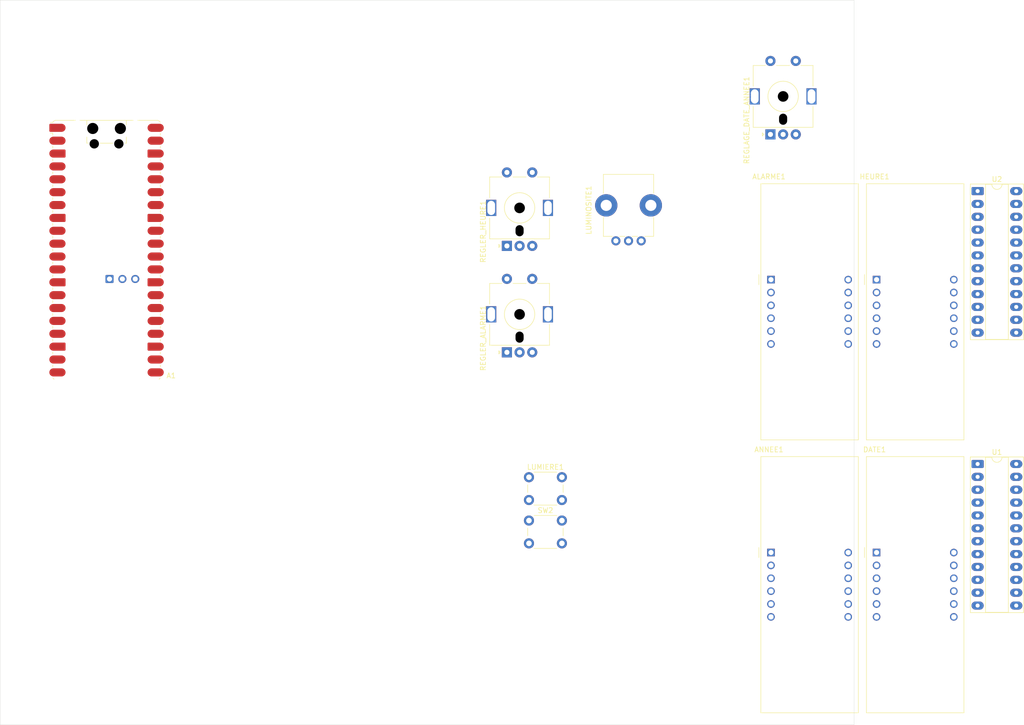
<source format=kicad_pcb>
(kicad_pcb (version 20241229) (generator "pcbnew") (generator_version "9.0")
  (layers (0 "F.Cu" signal) (2 "B.Cu" signal) (13 "F.Paste" user) (15 "B.Paste" user) (5 "F.SilkS" user "F.Silkscreen") (7 "B.SilkS" user "B.Silkscreen") (1 "F.Mask" user) (3 "B.Mask" user) (25 "Edge.Cuts" user))
  (net 0 "")
  (net 2 "Net-(A1-GND-Pad13)")
  (net 20 "HEURE_ALARME_CLK")
  (net 24 "HEURE_ALARME_DIN")
  (net 27 "HEURE_ALARME_LOAD")
  (net 35 "Net-(ALARME1-b)")
  (net 36 "Net-(ALARME1-e)")
  (net 37 "Net-(ALARME1-c)")
  (net 38 "Net-(ALARME1-CA1)")
  (net 41 "Net-(ALARME1-d)")
  (net 42 "Net-(ALARME1-CA4)")
  (net 43 "Net-(ALARME1-CA2)")
  (net 44 "Net-(ALARME1-f)")
  (net 45 "Net-(ALARME1-a)")
  (net 46 "Net-(ALARME1-g)")
  (net 47 "Net-(ALARME1-DPX)")
  (net 48 "Net-(ALARME1-CA3)")
  (net 49 "Net-(HEURE1-CA4)")
  (net 50 "Net-(HEURE1-CA3)")
  (net 51 "Net-(HEURE1-CA2)")
  (net 52 "Net-(HEURE1-CA1)")
  (net 79 "GND")
  (net 80 "Net-(ANNEE1-c)")
  (net 81 "Net-(ANNEE1-e)")
  (net 82 "Net-(ANNEE1-a)")
  (net 83 "Net-(ANNEE1-b)")
  (net 84 "Net-(ANNEE1-CA2)")
  (net 85 "Net-(ANNEE1-CA1)")
  (net 86 "Net-(ANNEE1-CA3)")
  (net 87 "Net-(ANNEE1-DPX)")
  (net 88 "Net-(ANNEE1-d)")
  (net 89 "Net-(ANNEE1-f)")
  (net 90 "Net-(ANNEE1-g)")
  (net 91 "Net-(ANNEE1-CA4)")
  (net 92 "Net-(DATE1-CA3)")
  (net 93 "Net-(DATE1-CA1)")
  (net 94 "Net-(DATE1-CA4)")
  (net 95 "Net-(DATE1-CA2)")
  (net 96 "Net-(U1-ISET)")
  (net 97 "DATE_DIN")
  (net 98 "VCC")
  (net 99 "DATE_LOAD")
  (net 100 "DATE_CLK")
  (net 101 "Net-(U2-ISET)")
  (footprint "Button_Switch_THT:SW_PUSH_6mm" (layer "F.Cu") (at 178.85 111.69)
    (property "Reference" "SW2" (at 3.25 -2 0) (layer "F.SilkS"))
    (property "Value" "SW_Push")
    (fp_line (start -0.25 1.5) (end -0.25 3) (stroke (width 0.12)) (layer "F.SilkS"))
    (fp_line (start 1 5.5) (end 5.5 5.5) (stroke (width 0.12)) (layer "F.SilkS"))
    (fp_line (start 5.5 -1) (end 1 -1) (stroke (width 0.12)) (layer "F.SilkS"))
    (fp_line (start 6.75 3) (end 6.75 1.5) (stroke (width 0.12)) (layer "F.SilkS"))
    (pad "1" thru_hole circle (at 0 0 90) (size 2 2) (drill 1.1) (layers "*.Cu" "*.Mask"))
    (pad "1" thru_hole circle (at 6.5 0 90) (size 2 2) (drill 1.1) (layers "*.Cu" "*.Mask"))
    (pad "2" thru_hole circle (at 0 4.5 90) (size 2 2) (drill 1.1) (layers "*.Cu" "*.Mask"))
    (pad "2" thru_hole circle (at 6.5 4.5 90) (size 2 2) (drill 1.1) (layers "*.Cu" "*.Mask"))
  )
  (footprint "Display_7Segment:CA56-12EWA" (layer "F.Cu") (at 226.605 64.15)
    (property "Reference" "ALARME1" (at -0.4 -20.31 0) (layer "F.SilkS"))
    (property "Value" "CA56-12EWA")
    (fp_line (start -2.38 -1) (end -2.38 1) (stroke (width 0.12)) (layer "F.SilkS"))
    (fp_line (start -2 -18.92) (end -2 31.62) (stroke (width 0.12)) (layer "F.SilkS"))
    (fp_line (start -2 -18.92) (end 17.24 -18.92) (stroke (width 0.12)) (layer "F.SilkS"))
    (fp_line (start -2 31.62) (end 17.24 31.62) (stroke (width 0.12)) (layer "F.SilkS"))
    (fp_line (start 17.24 31.62) (end 17.24 -18.92) (stroke (width 0.12)) (layer "F.SilkS"))
    (pad "1" thru_hole rect (at 0 0) (size 1.5 1.5) (drill 1) (layers "*.Cu" "*.Mask") (net 36 "Net-(ALARME1-e)"))
    (pad "2" thru_hole circle (at 0 2.54) (size 1.5 1.5) (drill 1) (layers "*.Cu" "*.Mask") (net 41 "Net-(ALARME1-d)"))
    (pad "3" thru_hole circle (at 0 5.08) (size 1.5 1.5) (drill 1) (layers "*.Cu" "*.Mask") (net 47 "Net-(ALARME1-DPX)"))
    (pad "4" thru_hole circle (at 0 7.62) (size 1.5 1.5) (drill 1) (layers "*.Cu" "*.Mask") (net 37 "Net-(ALARME1-c)"))
    (pad "5" thru_hole circle (at 0 10.16) (size 1.5 1.5) (drill 1) (layers "*.Cu" "*.Mask") (net 46 "Net-(ALARME1-g)"))
    (pad "6" thru_hole circle (at 0 12.7) (size 1.5 1.5) (drill 1) (layers "*.Cu" "*.Mask") (net 42 "Net-(ALARME1-CA4)"))
    (pad "7" thru_hole circle (at 15.24 12.7) (size 1.5 1.5) (drill 1) (layers "*.Cu" "*.Mask") (net 35 "Net-(ALARME1-b)"))
    (pad "8" thru_hole circle (at 15.24 10.16) (size 1.5 1.5) (drill 1) (layers "*.Cu" "*.Mask") (net 48 "Net-(ALARME1-CA3)"))
    (pad "9" thru_hole circle (at 15.24 7.62) (size 1.5 1.5) (drill 1) (layers "*.Cu" "*.Mask") (net 43 "Net-(ALARME1-CA2)"))
    (pad "10" thru_hole circle (at 15.24 5.08) (size 1.5 1.5) (drill 1) (layers "*.Cu" "*.Mask") (net 44 "Net-(ALARME1-f)"))
    (pad "11" thru_hole circle (at 15.24 2.54) (size 1.5 1.5) (drill 1) (layers "*.Cu" "*.Mask") (net 45 "Net-(ALARME1-a)"))
    (pad "12" thru_hole circle (at 15.24 0) (size 1.5 1.5) (drill 1) (layers "*.Cu" "*.Mask") (net 38 "Net-(ALARME1-CA1)"))
  )
  (footprint "Package_DIP:DIP-24_W7.62mm_Socket_LongPads" (layer "F.Cu") (at 267.38 100.53)
    (property "Reference" "U1" (at 3.81 -2.33 0) (layer "F.SilkS"))
    (property "Value" "MAX7219")
    (fp_line (start 1.56 -1.33) (end 1.56 29.27) (stroke (width 0.12)) (layer "F.SilkS"))
    (fp_line (start 1.56 29.27) (end 6.06 29.27) (stroke (width 0.12)) (layer "F.SilkS"))
    (fp_line (start 2.81 -1.33) (end 1.56 -1.33) (stroke (width 0.12)) (layer "F.SilkS"))
    (fp_line (start 6.06 -1.33) (end 4.81 -1.33) (stroke (width 0.12)) (layer "F.SilkS"))
    (fp_line (start 6.06 29.27) (end 6.06 -1.33) (stroke (width 0.12)) (layer "F.SilkS"))
    (fp_rect (start -1.44 -1.39) (end 9.06 29.33) (stroke (width 0.12)) (fill no) (layer "F.SilkS"))
    (fp_arc (start 4.81 -1.33) (mid 3.81 -0.33) (end 2.81 -1.33) (stroke (width 0.12)) (layer "F.SilkS"))
    (pad "1" thru_hole roundrect (at 0 0) (size 2.4 1.6) (drill 0.8) (layers "*.Cu" "*.Mask") (roundrect_rratio 0.15625) (net 97 "DATE_DIN"))
    (pad "2" thru_hole oval (at 0 2.54) (size 2.4 1.6) (drill 0.8) (layers "*.Cu" "*.Mask") (net 93 "Net-(DATE1-CA1)"))
    (pad "3" thru_hole oval (at 0 5.08) (size 2.4 1.6) (drill 0.8) (layers "*.Cu" "*.Mask") (net 85 "Net-(ANNEE1-CA1)"))
    (pad "4" thru_hole oval (at 0 7.62) (size 2.4 1.6) (drill 0.8) (layers "*.Cu" "*.Mask") (net 79 "GND"))
    (pad "5" thru_hole oval (at 0 10.16) (size 2.4 1.6) (drill 0.8) (layers "*.Cu" "*.Mask") (net 86 "Net-(ANNEE1-CA3)"))
    (pad "6" thru_hole oval (at 0 12.7) (size 2.4 1.6) (drill 0.8) (layers "*.Cu" "*.Mask") (net 92 "Net-(DATE1-CA3)"))
    (pad "7" thru_hole oval (at 0 15.24) (size 2.4 1.6) (drill 0.8) (layers "*.Cu" "*.Mask") (net 94 "Net-(DATE1-CA4)"))
    (pad "8" thru_hole oval (at 0 17.78) (size 2.4 1.6) (drill 0.8) (layers "*.Cu" "*.Mask") (net 91 "Net-(ANNEE1-CA4)"))
    (pad "9" thru_hole oval (at 0 20.32) (size 2.4 1.6) (drill 0.8) (layers "*.Cu" "*.Mask") (net 79 "GND"))
    (pad "10" thru_hole oval (at 0 22.86) (size 2.4 1.6) (drill 0.8) (layers "*.Cu" "*.Mask") (net 84 "Net-(ANNEE1-CA2)"))
    (pad "11" thru_hole oval (at 0 25.4) (size 2.4 1.6) (drill 0.8) (layers "*.Cu" "*.Mask") (net 95 "Net-(DATE1-CA2)"))
    (pad "12" thru_hole oval (at 0 27.94) (size 2.4 1.6) (drill 0.8) (layers "*.Cu" "*.Mask") (net 99 "DATE_LOAD"))
    (pad "13" thru_hole oval (at 7.62 27.94) (size 2.4 1.6) (drill 0.8) (layers "*.Cu" "*.Mask") (net 100 "DATE_CLK"))
    (pad "14" thru_hole oval (at 7.62 25.4) (size 2.4 1.6) (drill 0.8) (layers "*.Cu" "*.Mask") (net 82 "Net-(ANNEE1-a)"))
    (pad "15" thru_hole oval (at 7.62 22.86) (size 2.4 1.6) (drill 0.8) (layers "*.Cu" "*.Mask") (net 89 "Net-(ANNEE1-f)"))
    (pad "16" thru_hole oval (at 7.62 20.32) (size 2.4 1.6) (drill 0.8) (layers "*.Cu" "*.Mask") (net 83 "Net-(ANNEE1-b)"))
    (pad "17" thru_hole oval (at 7.62 17.78) (size 2.4 1.6) (drill 0.8) (layers "*.Cu" "*.Mask") (net 90 "Net-(ANNEE1-g)"))
    (pad "18" thru_hole oval (at 7.62 15.24) (size 2.4 1.6) (drill 0.8) (layers "*.Cu" "*.Mask") (net 96 "Net-(U1-ISET)"))
    (pad "19" thru_hole oval (at 7.62 12.7) (size 2.4 1.6) (drill 0.8) (layers "*.Cu" "*.Mask") (net 98 "VCC"))
    (pad "20" thru_hole oval (at 7.62 10.16) (size 2.4 1.6) (drill 0.8) (layers "*.Cu" "*.Mask") (net 80 "Net-(ANNEE1-c)"))
    (pad "21" thru_hole oval (at 7.62 7.62) (size 2.4 1.6) (drill 0.8) (layers "*.Cu" "*.Mask") (net 81 "Net-(ANNEE1-e)"))
    (pad "22" thru_hole oval (at 7.62 5.08) (size 2.4 1.6) (drill 0.8) (layers "*.Cu" "*.Mask") (net 87 "Net-(ANNEE1-DPX)"))
    (pad "23" thru_hole oval (at 7.62 2.54) (size 2.4 1.6) (drill 0.8) (layers "*.Cu" "*.Mask") (net 88 "Net-(ANNEE1-d)"))
    (pad "24" thru_hole oval (at 7.62 0) (size 2.4 1.6) (drill 0.8) (layers "*.Cu" "*.Mask"))
  )
  (footprint "Display_7Segment:CA56-12EWA" (layer "F.Cu") (at 226.605 118)
    (property "Reference" "ANNEE1" (at -0.4 -20.31 0) (layer "F.SilkS"))
    (property "Value" "CA56-12EWA")
    (fp_line (start -2.38 -1) (end -2.38 1) (stroke (width 0.12)) (layer "F.SilkS"))
    (fp_line (start -2 -18.92) (end -2 31.62) (stroke (width 0.12)) (layer "F.SilkS"))
    (fp_line (start -2 -18.92) (end 17.24 -18.92) (stroke (width 0.12)) (layer "F.SilkS"))
    (fp_line (start -2 31.62) (end 17.24 31.62) (stroke (width 0.12)) (layer "F.SilkS"))
    (fp_line (start 17.24 31.62) (end 17.24 -18.92) (stroke (width 0.12)) (layer "F.SilkS"))
    (pad "1" thru_hole rect (at 0 0) (size 1.5 1.5) (drill 1) (layers "*.Cu" "*.Mask") (net 81 "Net-(ANNEE1-e)"))
    (pad "2" thru_hole circle (at 0 2.54) (size 1.5 1.5) (drill 1) (layers "*.Cu" "*.Mask") (net 88 "Net-(ANNEE1-d)"))
    (pad "3" thru_hole circle (at 0 5.08) (size 1.5 1.5) (drill 1) (layers "*.Cu" "*.Mask") (net 87 "Net-(ANNEE1-DPX)"))
    (pad "4" thru_hole circle (at 0 7.62) (size 1.5 1.5) (drill 1) (layers "*.Cu" "*.Mask") (net 80 "Net-(ANNEE1-c)"))
    (pad "5" thru_hole circle (at 0 10.16) (size 1.5 1.5) (drill 1) (layers "*.Cu" "*.Mask") (net 90 "Net-(ANNEE1-g)"))
    (pad "6" thru_hole circle (at 0 12.7) (size 1.5 1.5) (drill 1) (layers "*.Cu" "*.Mask") (net 91 "Net-(ANNEE1-CA4)"))
    (pad "7" thru_hole circle (at 15.24 12.7) (size 1.5 1.5) (drill 1) (layers "*.Cu" "*.Mask") (net 83 "Net-(ANNEE1-b)"))
    (pad "8" thru_hole circle (at 15.24 10.16) (size 1.5 1.5) (drill 1) (layers "*.Cu" "*.Mask") (net 86 "Net-(ANNEE1-CA3)"))
    (pad "9" thru_hole circle (at 15.24 7.62) (size 1.5 1.5) (drill 1) (layers "*.Cu" "*.Mask") (net 84 "Net-(ANNEE1-CA2)"))
    (pad "10" thru_hole circle (at 15.24 5.08) (size 1.5 1.5) (drill 1) (layers "*.Cu" "*.Mask") (net 89 "Net-(ANNEE1-f)"))
    (pad "11" thru_hole circle (at 15.24 2.54) (size 1.5 1.5) (drill 1) (layers "*.Cu" "*.Mask") (net 82 "Net-(ANNEE1-a)"))
    (pad "12" thru_hole circle (at 15.24 0) (size 1.5 1.5) (drill 1) (layers "*.Cu" "*.Mask") (net 85 "Net-(ANNEE1-CA1)"))
  )
  (footprint "Rotary_Encoder:RotaryEncoder_Alps_EC11E-Switch_Vertical_H20mm_MountingHoles" (layer "F.Cu") (at 174.5 57.5 90)
    (property "Reference" "REGLER_HEURE1" (at 2.8 -4.7 90) (layer "F.SilkS"))
    (property "Value" "RotaryEncoder_Switch_MP")
    (fp_line (start 13.6 -3.4) (end 13.6 -1) (stroke (width 0.12)) (layer "F.SilkS"))
    (fp_line (start 9.5 -3.4) (end 13.6 -3.4) (stroke (width 0.12)) (layer "F.SilkS"))
    (fp_line (start 5.5 -3.4) (end 1.4 -3.4) (stroke (width 0.12)) (layer "F.SilkS"))
    (fp_line (start 1.4 -3.4) (end 1.4 8.4) (stroke (width 0.12)) (layer "F.SilkS"))
    (fp_line (start 0.3 -1.6) (end 0 -1.3) (stroke (width 0.12)) (layer "F.SilkS"))
    (fp_line (start -0.3 -1.6) (end 0.3 -1.6) (stroke (width 0.12)) (layer "F.SilkS"))
    (fp_line (start 0 -1.3) (end -0.3 -1.6) (stroke (width 0.12)) (layer "F.SilkS"))
    (fp_line (start 13.6 1.2) (end 13.6 3.8) (stroke (width 0.12)) (layer "F.SilkS"))
    (fp_line (start 13.6 6) (end 13.6 8.4) (stroke (width 0.12)) (layer "F.SilkS"))
    (fp_line (start 13.6 8.4) (end 9.5 8.4) (stroke (width 0.12)) (layer "F.SilkS"))
    (fp_line (start 5.5 8.4) (end 1.4 8.4) (stroke (width 0.12)) (layer "F.SilkS"))
    (fp_circle (center 7.5 2.5) (end 10.5 2.5) (stroke (width 0.12)) (fill no) (layer "F.SilkS"))
    (pad "" np_thru_hole oval (at 3 2.5 90) (size 2.2 1.6) (drill oval 2.2 1.6) (layers "*.Mask"))
    (pad "" np_thru_hole circle (at 7.5 2.5 90) (size 2.1 2.1) (drill 2.1) (layers "*.Mask"))
    (pad "A" thru_hole rect (at 0 0 90) (size 2 2) (drill 1) (layers "*.Cu" "*.Mask"))
    (pad "B" thru_hole circle (at 0 5 90) (size 2 2) (drill 1) (layers "*.Cu" "*.Mask"))
    (pad "C" thru_hole circle (at 0 2.5 90) (size 2 2) (drill 1) (layers "*.Cu" "*.Mask"))
    (pad "MP" thru_hole rect (at 7.5 -3.1 90) (size 3.2 2) (drill oval 2.8 1.5) (layers "*.Cu" "*.Mask"))
    (pad "MP" thru_hole rect (at 7.5 8.1 90) (size 3.2 2) (drill oval 2.8 1.5) (layers "*.Cu" "*.Mask"))
    (pad "S1" thru_hole circle (at 14.5 5 90) (size 2 2) (drill 1) (layers "*.Cu" "*.Mask"))
    (pad "S2" thru_hole circle (at 14.5 0 90) (size 2 2) (drill 1) (layers "*.Cu" "*.Mask"))
  )
  (footprint "Package_DIP:DIP-24_W7.62mm_Socket_LongPads" (layer "F.Cu") (at 267.38 46.68)
    (property "Reference" "U2" (at 3.81 -2.33 0) (layer "F.SilkS"))
    (property "Value" "MAX7219")
    (fp_line (start 1.56 -1.33) (end 1.56 29.27) (stroke (width 0.12)) (layer "F.SilkS"))
    (fp_line (start 1.56 29.27) (end 6.06 29.27) (stroke (width 0.12)) (layer "F.SilkS"))
    (fp_line (start 2.81 -1.33) (end 1.56 -1.33) (stroke (width 0.12)) (layer "F.SilkS"))
    (fp_line (start 6.06 -1.33) (end 4.81 -1.33) (stroke (width 0.12)) (layer "F.SilkS"))
    (fp_line (start 6.06 29.27) (end 6.06 -1.33) (stroke (width 0.12)) (layer "F.SilkS"))
    (fp_rect (start -1.44 -1.39) (end 9.06 29.33) (stroke (width 0.12)) (fill no) (layer "F.SilkS"))
    (fp_arc (start 4.81 -1.33) (mid 3.81 -0.33) (end 2.81 -1.33) (stroke (width 0.12)) (layer "F.SilkS"))
    (pad "1" thru_hole roundrect (at 0 0) (size 2.4 1.6) (drill 0.8) (layers "*.Cu" "*.Mask") (roundrect_rratio 0.15625) (net 24 "HEURE_ALARME_DIN"))
    (pad "2" thru_hole oval (at 0 2.54) (size 2.4 1.6) (drill 0.8) (layers "*.Cu" "*.Mask") (net 52 "Net-(HEURE1-CA1)"))
    (pad "3" thru_hole oval (at 0 5.08) (size 2.4 1.6) (drill 0.8) (layers "*.Cu" "*.Mask") (net 38 "Net-(ALARME1-CA1)"))
    (pad "4" thru_hole oval (at 0 7.62) (size 2.4 1.6) (drill 0.8) (layers "*.Cu" "*.Mask") (net 79 "GND"))
    (pad "5" thru_hole oval (at 0 10.16) (size 2.4 1.6) (drill 0.8) (layers "*.Cu" "*.Mask") (net 48 "Net-(ALARME1-CA3)"))
    (pad "6" thru_hole oval (at 0 12.7) (size 2.4 1.6) (drill 0.8) (layers "*.Cu" "*.Mask") (net 50 "Net-(HEURE1-CA3)"))
    (pad "7" thru_hole oval (at 0 15.24) (size 2.4 1.6) (drill 0.8) (layers "*.Cu" "*.Mask") (net 49 "Net-(HEURE1-CA4)"))
    (pad "8" thru_hole oval (at 0 17.78) (size 2.4 1.6) (drill 0.8) (layers "*.Cu" "*.Mask") (net 42 "Net-(ALARME1-CA4)"))
    (pad "9" thru_hole oval (at 0 20.32) (size 2.4 1.6) (drill 0.8) (layers "*.Cu" "*.Mask") (net 79 "GND"))
    (pad "10" thru_hole oval (at 0 22.86) (size 2.4 1.6) (drill 0.8) (layers "*.Cu" "*.Mask") (net 43 "Net-(ALARME1-CA2)"))
    (pad "11" thru_hole oval (at 0 25.4) (size 2.4 1.6) (drill 0.8) (layers "*.Cu" "*.Mask") (net 51 "Net-(HEURE1-CA2)"))
    (pad "12" thru_hole oval (at 0 27.94) (size 2.4 1.6) (drill 0.8) (layers "*.Cu" "*.Mask") (net 27 "HEURE_ALARME_LOAD"))
    (pad "13" thru_hole oval (at 7.62 27.94) (size 2.4 1.6) (drill 0.8) (layers "*.Cu" "*.Mask") (net 20 "HEURE_ALARME_CLK"))
    (pad "14" thru_hole oval (at 7.62 25.4) (size 2.4 1.6) (drill 0.8) (layers "*.Cu" "*.Mask") (net 45 "Net-(ALARME1-a)"))
    (pad "15" thru_hole oval (at 7.62 22.86) (size 2.4 1.6) (drill 0.8) (layers "*.Cu" "*.Mask") (net 44 "Net-(ALARME1-f)"))
    (pad "16" thru_hole oval (at 7.62 20.32) (size 2.4 1.6) (drill 0.8) (layers "*.Cu" "*.Mask") (net 35 "Net-(ALARME1-b)"))
    (pad "17" thru_hole oval (at 7.62 17.78) (size 2.4 1.6) (drill 0.8) (layers "*.Cu" "*.Mask") (net 46 "Net-(ALARME1-g)"))
    (pad "18" thru_hole oval (at 7.62 15.24) (size 2.4 1.6) (drill 0.8) (layers "*.Cu" "*.Mask") (net 101 "Net-(U2-ISET)"))
    (pad "19" thru_hole oval (at 7.62 12.7) (size 2.4 1.6) (drill 0.8) (layers "*.Cu" "*.Mask") (net 98 "VCC"))
    (pad "20" thru_hole oval (at 7.62 10.16) (size 2.4 1.6) (drill 0.8) (layers "*.Cu" "*.Mask") (net 37 "Net-(ALARME1-c)"))
    (pad "21" thru_hole oval (at 7.62 7.62) (size 2.4 1.6) (drill 0.8) (layers "*.Cu" "*.Mask") (net 36 "Net-(ALARME1-e)"))
    (pad "22" thru_hole oval (at 7.62 5.08) (size 2.4 1.6) (drill 0.8) (layers "*.Cu" "*.Mask") (net 47 "Net-(ALARME1-DPX)"))
    (pad "23" thru_hole oval (at 7.62 2.54) (size 2.4 1.6) (drill 0.8) (layers "*.Cu" "*.Mask") (net 41 "Net-(ALARME1-d)"))
    (pad "24" thru_hole oval (at 7.62 0) (size 2.4 1.6) (drill 0.8) (layers "*.Cu" "*.Mask"))
  )
  (footprint "Rotary_Encoder:RotaryEncoder_Alps_EC11E-Switch_Vertical_H20mm_MountingHoles" (layer "F.Cu") (at 226.5 35.5 90)
    (property "Reference" "REGLAGE_DATE_ANNEE1" (at 2.8 -4.7 90) (layer "F.SilkS"))
    (property "Value" "RotaryEncoder_Switch_MP")
    (fp_line (start 13.6 -3.4) (end 13.6 -1) (stroke (width 0.12)) (layer "F.SilkS"))
    (fp_line (start 9.5 -3.4) (end 13.6 -3.4) (stroke (width 0.12)) (layer "F.SilkS"))
    (fp_line (start 5.5 -3.4) (end 1.4 -3.4) (stroke (width 0.12)) (layer "F.SilkS"))
    (fp_line (start 1.4 -3.4) (end 1.4 8.4) (stroke (width 0.12)) (layer "F.SilkS"))
    (fp_line (start 0.3 -1.6) (end 0 -1.3) (stroke (width 0.12)) (layer "F.SilkS"))
    (fp_line (start -0.3 -1.6) (end 0.3 -1.6) (stroke (width 0.12)) (layer "F.SilkS"))
    (fp_line (start 0 -1.3) (end -0.3 -1.6) (stroke (width 0.12)) (layer "F.SilkS"))
    (fp_line (start 13.6 1.2) (end 13.6 3.8) (stroke (width 0.12)) (layer "F.SilkS"))
    (fp_line (start 13.6 6) (end 13.6 8.4) (stroke (width 0.12)) (layer "F.SilkS"))
    (fp_line (start 13.6 8.4) (end 9.5 8.4) (stroke (width 0.12)) (layer "F.SilkS"))
    (fp_line (start 5.5 8.4) (end 1.4 8.4) (stroke (width 0.12)) (layer "F.SilkS"))
    (fp_circle (center 7.5 2.5) (end 10.5 2.5) (stroke (width 0.12)) (fill no) (layer "F.SilkS"))
    (pad "" np_thru_hole oval (at 3 2.5 90) (size 2.2 1.6) (drill oval 2.2 1.6) (layers "*.Mask"))
    (pad "" np_thru_hole circle (at 7.5 2.5 90) (size 2.1 2.1) (drill 2.1) (layers "*.Mask"))
    (pad "A" thru_hole rect (at 0 0 90) (size 2 2) (drill 1) (layers "*.Cu" "*.Mask"))
    (pad "B" thru_hole circle (at 0 5 90) (size 2 2) (drill 1) (layers "*.Cu" "*.Mask"))
    (pad "C" thru_hole circle (at 0 2.5 90) (size 2 2) (drill 1) (layers "*.Cu" "*.Mask"))
    (pad "MP" thru_hole rect (at 7.5 -3.1 90) (size 3.2 2) (drill oval 2.8 1.5) (layers "*.Cu" "*.Mask"))
    (pad "MP" thru_hole rect (at 7.5 8.1 90) (size 3.2 2) (drill oval 2.8 1.5) (layers "*.Cu" "*.Mask"))
    (pad "S1" thru_hole circle (at 14.5 5 90) (size 2 2) (drill 1) (layers "*.Cu" "*.Mask"))
    (pad "S2" thru_hole circle (at 14.5 0 90) (size 2 2) (drill 1) (layers "*.Cu" "*.Mask"))
  )
  (footprint "Rotary_Encoder:RotaryEncoder_Alps_EC11E-Switch_Vertical_H20mm_MountingHoles" (layer "F.Cu") (at 174.5 78.5 90)
    (property "Reference" "REGLER_ALARME1" (at 2.8 -4.7 90) (layer "F.SilkS"))
    (property "Value" "RotaryEncoder_Switch_MP")
    (fp_line (start 13.6 -3.4) (end 13.6 -1) (stroke (width 0.12)) (layer "F.SilkS"))
    (fp_line (start 9.5 -3.4) (end 13.6 -3.4) (stroke (width 0.12)) (layer "F.SilkS"))
    (fp_line (start 5.5 -3.4) (end 1.4 -3.4) (stroke (width 0.12)) (layer "F.SilkS"))
    (fp_line (start 1.4 -3.4) (end 1.4 8.4) (stroke (width 0.12)) (layer "F.SilkS"))
    (fp_line (start 0.3 -1.6) (end 0 -1.3) (stroke (width 0.12)) (layer "F.SilkS"))
    (fp_line (start -0.3 -1.6) (end 0.3 -1.6) (stroke (width 0.12)) (layer "F.SilkS"))
    (fp_line (start 0 -1.3) (end -0.3 -1.6) (stroke (width 0.12)) (layer "F.SilkS"))
    (fp_line (start 13.6 1.2) (end 13.6 3.8) (stroke (width 0.12)) (layer "F.SilkS"))
    (fp_line (start 13.6 6) (end 13.6 8.4) (stroke (width 0.12)) (layer "F.SilkS"))
    (fp_line (start 13.6 8.4) (end 9.5 8.4) (stroke (width 0.12)) (layer "F.SilkS"))
    (fp_line (start 5.5 8.4) (end 1.4 8.4) (stroke (width 0.12)) (layer "F.SilkS"))
    (fp_circle (center 7.5 2.5) (end 10.5 2.5) (stroke (width 0.12)) (fill no) (layer "F.SilkS"))
    (pad "" np_thru_hole oval (at 3 2.5 90) (size 2.2 1.6) (drill oval 2.2 1.6) (layers "*.Mask"))
    (pad "" np_thru_hole circle (at 7.5 2.5 90) (size 2.1 2.1) (drill 2.1) (layers "*.Mask"))
    (pad "A" thru_hole rect (at 0 0 90) (size 2 2) (drill 1) (layers "*.Cu" "*.Mask"))
    (pad "B" thru_hole circle (at 0 5 90) (size 2 2) (drill 1) (layers "*.Cu" "*.Mask"))
    (pad "C" thru_hole circle (at 0 2.5 90) (size 2 2) (drill 1) (layers "*.Cu" "*.Mask"))
    (pad "MP" thru_hole rect (at 7.5 -3.1 90) (size 3.2 2) (drill oval 2.8 1.5) (layers "*.Cu" "*.Mask"))
    (pad "MP" thru_hole rect (at 7.5 8.1 90) (size 3.2 2) (drill oval 2.8 1.5) (layers "*.Cu" "*.Mask"))
    (pad "S1" thru_hole circle (at 14.5 5 90) (size 2 2) (drill 1) (layers "*.Cu" "*.Mask"))
    (pad "S2" thru_hole circle (at 14.5 0 90) (size 2 2) (drill 1) (layers "*.Cu" "*.Mask"))
  )
  (footprint "Button_Switch_THT:SW_PUSH_6mm" (layer "F.Cu") (at 178.85 103.14)
    (property "Reference" "LUMIERE1" (at 3.25 -2 0) (layer "F.SilkS"))
    (property "Value" "SW_Push")
    (fp_line (start -0.25 1.5) (end -0.25 3) (stroke (width 0.12)) (layer "F.SilkS"))
    (fp_line (start 1 5.5) (end 5.5 5.5) (stroke (width 0.12)) (layer "F.SilkS"))
    (fp_line (start 5.5 -1) (end 1 -1) (stroke (width 0.12)) (layer "F.SilkS"))
    (fp_line (start 6.75 3) (end 6.75 1.5) (stroke (width 0.12)) (layer "F.SilkS"))
    (pad "1" thru_hole circle (at 0 0 90) (size 2 2) (drill 1.1) (layers "*.Cu" "*.Mask"))
    (pad "1" thru_hole circle (at 6.5 0 90) (size 2 2) (drill 1.1) (layers "*.Cu" "*.Mask"))
    (pad "2" thru_hole circle (at 0 4.5 90) (size 2 2) (drill 1.1) (layers "*.Cu" "*.Mask"))
    (pad "2" thru_hole circle (at 6.5 4.5 90) (size 2 2) (drill 1.1) (layers "*.Cu" "*.Mask"))
  )
  (footprint "Display_7Segment:CA56-12EWA" (layer "F.Cu") (at 247.44 118)
    (property "Reference" "DATE1" (at -0.4 -20.31 0) (layer "F.SilkS"))
    (property "Value" "CA56-12EWA")
    (fp_line (start -2.38 -1) (end -2.38 1) (stroke (width 0.12)) (layer "F.SilkS"))
    (fp_line (start -2 -18.92) (end -2 31.62) (stroke (width 0.12)) (layer "F.SilkS"))
    (fp_line (start -2 -18.92) (end 17.24 -18.92) (stroke (width 0.12)) (layer "F.SilkS"))
    (fp_line (start -2 31.62) (end 17.24 31.62) (stroke (width 0.12)) (layer "F.SilkS"))
    (fp_line (start 17.24 31.62) (end 17.24 -18.92) (stroke (width 0.12)) (layer "F.SilkS"))
    (pad "1" thru_hole rect (at 0 0) (size 1.5 1.5) (drill 1) (layers "*.Cu" "*.Mask") (net 81 "Net-(ANNEE1-e)"))
    (pad "2" thru_hole circle (at 0 2.54) (size 1.5 1.5) (drill 1) (layers "*.Cu" "*.Mask") (net 88 "Net-(ANNEE1-d)"))
    (pad "3" thru_hole circle (at 0 5.08) (size 1.5 1.5) (drill 1) (layers "*.Cu" "*.Mask") (net 87 "Net-(ANNEE1-DPX)"))
    (pad "4" thru_hole circle (at 0 7.62) (size 1.5 1.5) (drill 1) (layers "*.Cu" "*.Mask") (net 80 "Net-(ANNEE1-c)"))
    (pad "5" thru_hole circle (at 0 10.16) (size 1.5 1.5) (drill 1) (layers "*.Cu" "*.Mask") (net 90 "Net-(ANNEE1-g)"))
    (pad "6" thru_hole circle (at 0 12.7) (size 1.5 1.5) (drill 1) (layers "*.Cu" "*.Mask") (net 94 "Net-(DATE1-CA4)"))
    (pad "7" thru_hole circle (at 15.24 12.7) (size 1.5 1.5) (drill 1) (layers "*.Cu" "*.Mask") (net 83 "Net-(ANNEE1-b)"))
    (pad "8" thru_hole circle (at 15.24 10.16) (size 1.5 1.5) (drill 1) (layers "*.Cu" "*.Mask") (net 92 "Net-(DATE1-CA3)"))
    (pad "9" thru_hole circle (at 15.24 7.62) (size 1.5 1.5) (drill 1) (layers "*.Cu" "*.Mask") (net 95 "Net-(DATE1-CA2)"))
    (pad "10" thru_hole circle (at 15.24 5.08) (size 1.5 1.5) (drill 1) (layers "*.Cu" "*.Mask") (net 89 "Net-(ANNEE1-f)"))
    (pad "11" thru_hole circle (at 15.24 2.54) (size 1.5 1.5) (drill 1) (layers "*.Cu" "*.Mask") (net 82 "Net-(ANNEE1-a)"))
    (pad "12" thru_hole circle (at 15.24 0) (size 1.5 1.5) (drill 1) (layers "*.Cu" "*.Mask") (net 93 "Net-(DATE1-CA1)"))
  )
  (footprint "Display_7Segment:CA56-12EWA" (layer "F.Cu") (at 247.44 64.15)
    (property "Reference" "HEURE1" (at -0.4 -20.31 0) (layer "F.SilkS"))
    (property "Value" "CA56-12EWA")
    (fp_line (start -2.38 -1) (end -2.38 1) (stroke (width 0.12)) (layer "F.SilkS"))
    (fp_line (start -2 -18.92) (end -2 31.62) (stroke (width 0.12)) (layer "F.SilkS"))
    (fp_line (start -2 -18.92) (end 17.24 -18.92) (stroke (width 0.12)) (layer "F.SilkS"))
    (fp_line (start -2 31.62) (end 17.24 31.62) (stroke (width 0.12)) (layer "F.SilkS"))
    (fp_line (start 17.24 31.62) (end 17.24 -18.92) (stroke (width 0.12)) (layer "F.SilkS"))
    (pad "1" thru_hole rect (at 0 0) (size 1.5 1.5) (drill 1) (layers "*.Cu" "*.Mask") (net 36 "Net-(ALARME1-e)"))
    (pad "2" thru_hole circle (at 0 2.54) (size 1.5 1.5) (drill 1) (layers "*.Cu" "*.Mask") (net 41 "Net-(ALARME1-d)"))
    (pad "3" thru_hole circle (at 0 5.08) (size 1.5 1.5) (drill 1) (layers "*.Cu" "*.Mask") (net 47 "Net-(ALARME1-DPX)"))
    (pad "4" thru_hole circle (at 0 7.62) (size 1.5 1.5) (drill 1) (layers "*.Cu" "*.Mask") (net 37 "Net-(ALARME1-c)"))
    (pad "5" thru_hole circle (at 0 10.16) (size 1.5 1.5) (drill 1) (layers "*.Cu" "*.Mask") (net 46 "Net-(ALARME1-g)"))
    (pad "6" thru_hole circle (at 0 12.7) (size 1.5 1.5) (drill 1) (layers "*.Cu" "*.Mask") (net 49 "Net-(HEURE1-CA4)"))
    (pad "7" thru_hole circle (at 15.24 12.7) (size 1.5 1.5) (drill 1) (layers "*.Cu" "*.Mask") (net 35 "Net-(ALARME1-b)"))
    (pad "8" thru_hole circle (at 15.24 10.16) (size 1.5 1.5) (drill 1) (layers "*.Cu" "*.Mask") (net 50 "Net-(HEURE1-CA3)"))
    (pad "9" thru_hole circle (at 15.24 7.62) (size 1.5 1.5) (drill 1) (layers "*.Cu" "*.Mask") (net 51 "Net-(HEURE1-CA2)"))
    (pad "10" thru_hole circle (at 15.24 5.08) (size 1.5 1.5) (drill 1) (layers "*.Cu" "*.Mask") (net 44 "Net-(ALARME1-f)"))
    (pad "11" thru_hole circle (at 15.24 2.54) (size 1.5 1.5) (drill 1) (layers "*.Cu" "*.Mask") (net 45 "Net-(ALARME1-a)"))
    (pad "12" thru_hole circle (at 15.24 0) (size 1.5 1.5) (drill 1) (layers "*.Cu" "*.Mask") (net 52 "Net-(HEURE1-CA1)"))
  )
  (footprint "Potentiometer_THT:Potentiometer_Bourns_PTV09A-1_Single_Vertical" (layer "F.Cu") (at 201 56.5 90)
    (property "Reference" "LUMINOSITE1" (at 6.05 -10.35 90) (layer "F.SilkS"))
    (property "Value" "R_Potentiometer_MountingPin")
    (fp_line (start 13.11 -7.46) (end 13.11 2.46) (stroke (width 0.12)) (layer "F.SilkS"))
    (fp_line (start 9.365 -7.46) (end 13.11 -7.46) (stroke (width 0.12)) (layer "F.SilkS"))
    (fp_line (start 0.89 -7.46) (end 4.635 -7.46) (stroke (width 0.12)) (layer "F.SilkS"))
    (fp_line (start 0.89 -5.696) (end 0.89 -7.46) (stroke (width 0.12)) (layer "F.SilkS"))
    (fp_line (start 0.89 -3.196) (end 0.89 -4.304) (stroke (width 0.12)) (layer "F.SilkS"))
    (fp_line (start 0.89 -0.696) (end 0.89 -1.804) (stroke (width 0.12)) (layer "F.SilkS"))
    (fp_line (start 13.11 2.46) (end 9.365 2.46) (stroke (width 0.12)) (layer "F.SilkS"))
    (fp_line (start 4.635 2.46) (end 0.89 2.46) (stroke (width 0.12)) (layer "F.SilkS"))
    (fp_line (start 0.89 2.46) (end 0.89 0.696) (stroke (width 0.12)) (layer "F.SilkS"))
    (pad "1" thru_hole circle (at 0 0 90) (size 1.8 1.8) (drill 1) (layers "*.Cu" "*.Mask"))
    (pad "2" thru_hole circle (at 0 -2.5 90) (size 1.8 1.8) (drill 1) (layers "*.Cu" "*.Mask"))
    (pad "3" thru_hole circle (at 0 -5 90) (size 1.8 1.8) (drill 1) (layers "*.Cu" "*.Mask"))
    (pad "MP" thru_hole circle (at 7 -6.9 90) (size 4.4 4.4) (drill 2.2) (layers "*.Cu" "*.Mask"))
    (pad "MP" thru_hole circle (at 7 1.9 90) (size 4.4 4.4) (drill 2.2) (layers "*.Cu" "*.Mask"))
  )
  (footprint "Module:RaspberryPi_Pico_W_SMD_HandSolder" (layer "F.Cu") (at 95.5 58.325)
    (property "Reference" "A1" (at 11.7475 24.765 0) (layer "F.SilkS") (effects (justify left)))
    (property "Value" "RaspberryPi_Pico_W")
    (fp_line (start -10.61 -23.07) (end -11.09 -23.07) (stroke (width 0.12)) (layer "F.SilkS"))
    (fp_line (start -10.61 -23.07) (end -10.61 -22.65) (stroke (width 0.12)) (layer "F.SilkS"))
    (fp_line (start -10.61 -20.53) (end -10.61 -20.11) (stroke (width 0.12)) (layer "F.SilkS"))
    (fp_line (start -10.61 -17.99) (end -10.61 -17.57) (stroke (width 0.12)) (layer "F.SilkS"))
    (fp_line (start -10.61 -15.45) (end -10.61 -15.03) (stroke (width 0.12)) (layer "F.SilkS"))
    (fp_line (start -10.61 -12.91) (end -10.61 -12.49) (stroke (width 0.12)) (layer "F.SilkS"))
    (fp_line (start -10.61 -10.37) (end -10.61 -9.95) (stroke (width 0.12)) (layer "F.SilkS"))
    (fp_line (start -10.61 -7.83) (end -10.61 -7.41) (stroke (width 0.12)) (layer "F.SilkS"))
    (fp_line (start -10.61 -5.29) (end -10.61 -4.87) (stroke (width 0.12)) (layer "F.SilkS"))
    (fp_line (start -10.61 -2.75) (end -10.61 -2.33) (stroke (width 0.12)) (layer "F.SilkS"))
    (fp_line (start -10.61 -0.21) (end -10.61 0.21) (stroke (width 0.12)) (layer "F.SilkS"))
    (fp_line (start -10.61 2.33) (end -10.61 2.75) (stroke (width 0.12)) (layer "F.SilkS"))
    (fp_line (start -10.61 4.87) (end -10.61 5.29) (stroke (width 0.12)) (layer "F.SilkS"))
    (fp_line (start -10.61 7.41) (end -10.61 7.83) (stroke (width 0.12)) (layer "F.SilkS"))
    (fp_line (start -10.61 9.95) (end -10.61 10.37) (stroke (width 0.12)) (layer "F.SilkS"))
    (fp_line (start -10.61 12.49) (end -10.61 12.91) (stroke (width 0.12)) (layer "F.SilkS"))
    (fp_line (start -10.61 15.03) (end -10.61 15.45) (stroke (width 0.12)) (layer "F.SilkS"))
    (fp_line (start -10.61 17.57) (end -10.61 17.99) (stroke (width 0.12)) (layer "F.SilkS"))
    (fp_line (start -10.61 20.11) (end -10.61 20.53) (stroke (width 0.12)) (layer "F.SilkS"))
    (fp_line (start -10.61 22.65) (end -10.61 23.07) (stroke (width 0.12)) (layer "F.SilkS"))
    (fp_line (start -10.579676 -25.19) (end -11.09 -25.19) (stroke (width 0.12)) (layer "F.SilkS"))
    (fp_line (start -10 -25.61) (end -7.51 -25.61) (stroke (width 0.12)) (layer "F.SilkS"))
    (fp_line (start -7.51 -25.61) (end -6.16206 -25.61) (stroke (width 0.12)) (layer "F.SilkS"))
    (fp_line (start -5.237939 -25.61) (end -4.235 -25.61) (stroke (width 0.12)) (layer "F.SilkS"))
    (fp_line (start -4.235 -25.61) (end 4.235 -25.61) (stroke (width 0.12)) (layer "F.SilkS"))
    (fp_line (start -3.9 -25.61) (end -3.9 -24.694) (stroke (width 0.12)) (layer "F.SilkS"))
    (fp_line (start -3.9 -22.306) (end -3.9 -21.09) (stroke (width 0.12)) (layer "F.SilkS"))
    (fp_line (start -3.9 -21.09) (end -3.60391 -21.09) (stroke (width 0.12)) (layer "F.SilkS"))
    (fp_line (start -1.24609 -21.09) (end 1.24609 -21.09) (stroke (width 0.12)) (layer "F.SilkS"))
    (fp_line (start 3.60391 -21.09) (end 3.9 -21.09) (stroke (width 0.12)) (layer "F.SilkS"))
    (fp_line (start 3.9 -25.61) (end 3.9 -24.694) (stroke (width 0.12)) (layer "F.SilkS"))
    (fp_line (start 3.9 -22.306) (end 3.9 -21.09) (stroke (width 0.12)) (layer "F.SilkS"))
    (fp_line (start 4.235 -25.61) (end 5.237939 -25.61) (stroke (width 0.12)) (layer "F.SilkS"))
    (fp_line (start 6.162061 -25.61) (end 7.51 -25.61) (stroke (width 0.12)) (layer "F.SilkS"))
    (fp_line (start 10 -25.61) (end 7.51 -25.61) (stroke (width 0.12)) (layer "F.SilkS"))
    (fp_line (start 10.61 -23.07) (end 10.61 -22.65) (stroke (width 0.12)) (layer "F.SilkS"))
    (fp_line (start 10.61 -20.53) (end 10.61 -20.11) (stroke (width 0.12)) (layer "F.SilkS"))
    (fp_line (start 10.61 -17.99) (end 10.61 -17.57) (stroke (width 0.12)) (layer "F.SilkS"))
    (fp_line (start 10.61 -15.45) (end 10.61 -15.03) (stroke (width 0.12)) (layer "F.SilkS"))
    (fp_line (start 10.61 -12.91) (end 10.61 -12.49) (stroke (width 0.12)) (layer "F.SilkS"))
    (fp_line (start 10.61 -10.37) (end 10.61 -9.95) (stroke (width 0.12)) (layer "F.SilkS"))
    (fp_line (start 10.61 -7.83) (end 10.61 -7.41) (stroke (width 0.12)) (layer "F.SilkS"))
    (fp_line (start 10.61 -5.29) (end 10.61 -4.87) (stroke (width 0.12)) (layer "F.SilkS"))
    (fp_line (start 10.61 -2.75) (end 10.61 -2.33) (stroke (width 0.12)) (layer "F.SilkS"))
    (fp_line (start 10.61 -0.21) (end 10.61 0.21) (stroke (width 0.12)) (layer "F.SilkS"))
    (fp_line (start 10.61 2.33) (end 10.61 2.75) (stroke (width 0.12)) (layer "F.SilkS"))
    (fp_line (start 10.61 4.87) (end 10.61 5.29) (stroke (width 0.12)) (layer "F.SilkS"))
    (fp_line (start 10.61 7.41) (end 10.61 7.83) (stroke (width 0.12)) (layer "F.SilkS"))
    (fp_line (start 10.61 9.95) (end 10.61 10.37) (stroke (width 0.12)) (layer "F.SilkS"))
    (fp_line (start 10.61 12.49) (end 10.61 12.91) (stroke (width 0.12)) (layer "F.SilkS"))
    (fp_line (start 10.61 15.03) (end 10.61 15.45) (stroke (width 0.12)) (layer "F.SilkS"))
    (fp_line (start 10.61 17.57) (end 10.61 17.99) (stroke (width 0.12)) (layer "F.SilkS"))
    (fp_line (start 10.61 20.11) (end 10.61 20.53) (stroke (width 0.12)) (layer "F.SilkS"))
    (fp_line (start 10.61 22.65) (end 10.61 23.07) (stroke (width 0.12)) (layer "F.SilkS"))
    (fp_arc (start -10.579676 -25.19) (mid -10.357938 -25.493944) (end -10 -25.61) (stroke (width 0.12)) (layer "F.SilkS"))
    (fp_arc (start -10.363318 25.49) (mid -10.494791 25.356765) (end -10.579676 25.189937) (stroke (width 0.12)) (layer "F.SilkS"))
    (fp_arc (start 10 -25.61) (mid 10.357937 -25.493944) (end 10.579676 -25.189937) (stroke (width 0.12)) (layer "F.SilkS"))
    (fp_arc (start 10.579676 25.189937) (mid 10.494803 25.356773) (end 10.363318 25.49) (stroke (width 0.12)) (layer "F.SilkS"))
    (pad "" smd rect (at -8.89 -24.13) (size 3.8 2.2) (drill (offset -0.8 0)) (layers "F.Paste"))
    (pad "" smd rect (at -8.89 -21.59) (size 3.8 2.2) (drill (offset -0.8 0)) (layers "F.Paste"))
    (pad "" smd rect (at -8.89 -19.05) (size 3.8 2.2) (drill (offset -0.8 0)) (layers "F.Paste"))
    (pad "" smd rect (at -8.89 -16.51) (size 3.8 2.2) (drill (offset -0.8 0)) (layers "F.Paste"))
    (pad "" smd rect (at -8.89 -13.97) (size 3.8 2.2) (drill (offset -0.8 0)) (layers "F.Paste"))
    (pad "" smd rect (at -8.89 -11.43) (size 3.8 2.2) (drill (offset -0.8 0)) (layers "F.Paste"))
    (pad "" smd rect (at -8.89 -8.89) (size 3.8 2.2) (drill (offset -0.8 0)) (layers "F.Paste"))
    (pad "" smd rect (at -8.89 -6.35) (size 3.8 2.2) (drill (offset -0.8 0)) (layers "F.Paste"))
    (pad "" smd rect (at -8.89 -3.81) (size 3.8 2.2) (drill (offset -0.8 0)) (layers "F.Paste"))
    (pad "" smd rect (at -8.89 -1.27) (size 3.8 2.2) (drill (offset -0.8 0)) (layers "F.Paste"))
    (pad "" smd rect (at -8.89 1.27) (size 3.8 2.2) (drill (offset -0.8 0)) (layers "F.Paste"))
    (pad "" smd rect (at -8.89 3.81) (size 3.8 2.2) (drill (offset -0.8 0)) (layers "F.Paste"))
    (pad "" smd rect (at -8.89 6.35) (size 3.8 2.2) (drill (offset -0.8 0)) (layers "F.Paste"))
    (pad "" smd rect (at -8.89 8.89) (size 3.8 2.2) (drill (offset -0.8 0)) (layers "F.Paste"))
    (pad "" smd rect (at -8.89 11.43) (size 3.8 2.2) (drill (offset -0.8 0)) (layers "F.Paste"))
    (pad "" smd rect (at -8.89 13.97) (size 3.8 2.2) (drill (offset -0.8 0)) (layers "F.Paste"))
    (pad "" smd rect (at -8.89 16.51) (size 3.8 2.2) (drill (offset -0.8 0)) (layers "F.Paste"))
    (pad "" smd rect (at -8.89 19.05) (size 3.8 2.2) (drill (offset -0.8 0)) (layers "F.Paste"))
    (pad "" smd rect (at -8.89 21.59) (size 3.8 2.2) (drill (offset -0.8 0)) (layers "F.Paste"))
    (pad "" smd rect (at -8.89 24.13) (size 3.8 2.2) (drill (offset -0.8 0)) (layers "F.Paste"))
    (pad "" np_thru_hole circle (at -2.725 -24) (size 2.2 2.2) (drill 2.2) (layers "*.Mask"))
    (pad "" np_thru_hole circle (at -2.425 -20.97) (size 1.85 1.85) (drill 1.85) (layers "*.Mask"))
    (pad "" np_thru_hole circle (at 2.425 -20.97) (size 1.85 1.85) (drill 1.85) (layers "*.Mask"))
    (pad "" np_thru_hole circle (at 2.725 -24) (size 2.2 2.2) (drill 2.2) (layers "*.Mask"))
    (pad "" smd rect (at 8.89 -24.13) (size 3.8 2.2) (drill (offset 0.8 0)) (layers "F.Paste"))
    (pad "" smd rect (at 8.89 -21.59) (size 3.8 2.2) (drill (offset 0.8 0)) (layers "F.Paste"))
    (pad "" smd rect (at 8.89 -19.05) (size 3.8 2.2) (drill (offset 0.8 0)) (layers "F.Paste"))
    (pad "" smd rect (at 8.89 -16.51) (size 3.8 2.2) (drill (offset 0.8 0)) (layers "F.Paste"))
    (pad "" smd rect (at 8.89 -13.97) (size 3.8 2.2) (drill (offset 0.8 0)) (layers "F.Paste"))
    (pad "" smd rect (at 8.89 -11.43) (size 3.8 2.2) (drill (offset 0.8 0)) (layers "F.Paste"))
    (pad "" smd rect (at 8.89 -8.89) (size 3.8 2.2) (drill (offset 0.8 0)) (layers "F.Paste"))
    (pad "" smd rect (at 8.89 -6.35) (size 3.8 2.2) (drill (offset 0.8 0)) (layers "F.Paste"))
    (pad "" smd rect (at 8.89 -3.81) (size 3.8 2.2) (drill (offset 0.8 0)) (layers "F.Paste"))
    (pad "" smd rect (at 8.89 -1.27) (size 3.8 2.2) (drill (offset 0.8 0)) (layers "F.Paste"))
    (pad "" smd rect (at 8.89 1.27) (size 3.8 2.2) (drill (offset 0.8 0)) (layers "F.Paste"))
    (pad "" smd rect (at 8.89 3.81) (size 3.8 2.2) (drill (offset 0.8 0)) (layers "F.Paste"))
    (pad "" smd rect (at 8.89 6.35) (size 3.8 2.2) (drill (offset 0.8 0)) (layers "F.Paste"))
    (pad "" smd rect (at 8.89 8.89) (size 3.8 2.2) (drill (offset 0.8 0)) (layers "F.Paste"))
    (pad "" smd rect (at 8.89 11.43) (size 3.8 2.2) (drill (offset 0.8 0)) (layers "F.Paste"))
    (pad "" smd rect (at 8.89 13.97) (size 3.8 2.2) (drill (offset 0.8 0)) (layers "F.Paste"))
    (pad "" smd rect (at 8.89 16.51) (size 3.8 2.2) (drill (offset 0.8 0)) (layers "F.Paste"))
    (pad "" smd rect (at 8.89 19.05) (size 3.8 2.2) (drill (offset 0.8 0)) (layers "F.Paste"))
    (pad "" smd rect (at 8.89 21.59) (size 3.8 2.2) (drill (offset 0.8 0)) (layers "F.Paste"))
    (pad "" smd rect (at 8.89 24.13) (size 3.8 2.2) (drill (offset 0.8 0)) (layers "F.Paste"))
    (pad "1" smd custom (at -9.69 -24.13) (size 1.6 0.8) (layers "F.Cu" "F.Mask") (options (clearance outline) (anchor rect)) (primitives (gr_circle (center 0.8 0) (end 1.6 0) (width 0) (fill yes)) (gr_poly (pts (xy -1.6 -0.6) (xy -1.6 0.6) (xy -1.4 0.8) (xy 0.8 0.8) (xy 0.8 -0.8) (xy -1.4 -0.8)) (width 0) (fill yes)) (gr_circle (center -1.4 -0.6) (end -1.2 -0.6) (width 0) (fill yes)) (gr_circle (center -1.4 0.6) (end -1.2 0.6) (width 0) (fill yes))))
    (pad "2" smd roundrect (at -9.69 -21.59) (size 3.2 1.6) (layers "F.Cu" "F.Mask") (roundrect_rratio 0.5))
    (pad "3" smd custom (at -9.69 -19.05) (size 1.6 0.8) (layers "F.Cu" "F.Mask") (net 2 "Net-(A1-GND-Pad13)") (options (clearance outline) (anchor rect)) (primitives (gr_circle (center -0.8 0) (end 0 0) (width 0) (fill yes)) (gr_poly (pts (xy 1.6 -0.6) (xy 1.6 0.6) (xy 1.4 0.8) (xy -0.8 0.8) (xy -0.8 -0.8) (xy 1.4 -0.8)) (width 0) (fill yes)) (gr_circle (center 1.4 -0.6) (end 1.6 -0.6) (width 0) (fill yes)) (gr_circle (center 1.4 0.6) (end 1.6 0.6) (width 0) (fill yes))))
    (pad "4" smd roundrect (at -9.69 -16.51) (size 3.2 1.6) (layers "F.Cu" "F.Mask") (roundrect_rratio 0.5))
    (pad "5" smd roundrect (at -9.69 -13.97) (size 3.2 1.6) (layers "F.Cu" "F.Mask") (roundrect_rratio 0.5))
    (pad "6" smd roundrect (at -9.69 -11.43) (size 3.2 1.6) (layers "F.Cu" "F.Mask") (roundrect_rratio 0.5))
    (pad "7" smd roundrect (at -9.69 -8.89) (size 3.2 1.6) (layers "F.Cu" "F.Mask") (roundrect_rratio 0.5) (net 27 "HEURE_ALARME_LOAD"))
    (pad "8" smd custom (at -9.69 -6.35) (size 1.6 0.8) (layers "F.Cu" "F.Mask") (net 2 "Net-(A1-GND-Pad13)") (options (clearance outline) (anchor rect)) (primitives (gr_circle (center -0.8 0) (end 0 0) (width 0) (fill yes)) (gr_poly (pts (xy 1.6 -0.6) (xy 1.6 0.6) (xy 1.4 0.8) (xy -0.8 0.8) (xy -0.8 -0.8) (xy 1.4 -0.8)) (width 0) (fill yes)) (gr_circle (center 1.4 -0.6) (end 1.6 -0.6) (width 0) (fill yes)) (gr_circle (center 1.4 0.6) (end 1.6 0.6) (width 0) (fill yes))))
    (pad "9" smd roundrect (at -9.69 -3.81) (size 3.2 1.6) (layers "F.Cu" "F.Mask") (roundrect_rratio 0.5) (net 20 "HEURE_ALARME_CLK"))
    (pad "10" smd roundrect (at -9.69 -1.27) (size 3.2 1.6) (layers "F.Cu" "F.Mask") (roundrect_rratio 0.5) (net 24 "HEURE_ALARME_DIN"))
    (pad "11" smd roundrect (at -9.69 1.27) (size 3.2 1.6) (layers "F.Cu" "F.Mask") (roundrect_rratio 0.5))
    (pad "12" smd roundrect (at -9.69 3.81) (size 3.2 1.6) (layers "F.Cu" "F.Mask") (roundrect_rratio 0.5))
    (pad "13" smd custom (at -9.69 6.35) (size 1.6 0.8) (layers "F.Cu" "F.Mask") (net 2 "Net-(A1-GND-Pad13)") (options (clearance outline) (anchor rect)) (primitives (gr_circle (center -0.8 0) (end 0 0) (width 0) (fill yes)) (gr_poly (pts (xy 1.6 -0.6) (xy 1.6 0.6) (xy 1.4 0.8) (xy -0.8 0.8) (xy -0.8 -0.8) (xy 1.4 -0.8)) (width 0) (fill yes)) (gr_circle (center 1.4 -0.6) (end 1.6 -0.6) (width 0) (fill yes)) (gr_circle (center 1.4 0.6) (end 1.6 0.6) (width 0) (fill yes))))
    (pad "14" smd roundrect (at -9.69 8.89) (size 3.2 1.6) (layers "F.Cu" "F.Mask") (roundrect_rratio 0.5))
    (pad "15" smd roundrect (at -9.69 11.43) (size 3.2 1.6) (layers "F.Cu" "F.Mask") (roundrect_rratio 0.5))
    (pad "16" smd roundrect (at -9.69 13.97) (size 3.2 1.6) (layers "F.Cu" "F.Mask") (roundrect_rratio 0.5))
    (pad "17" smd roundrect (at -9.69 16.51) (size 3.2 1.6) (layers "F.Cu" "F.Mask") (roundrect_rratio 0.5))
    (pad "18" smd custom (at -9.69 19.05) (size 1.6 0.8) (layers "F.Cu" "F.Mask") (net 2 "Net-(A1-GND-Pad13)") (options (clearance outline) (anchor rect)) (primitives (gr_circle (center -0.8 0) (end 0 0) (width 0) (fill yes)) (gr_poly (pts (xy 1.6 -0.6) (xy 1.6 0.6) (xy 1.4 0.8) (xy -0.8 0.8) (xy -0.8 -0.8) (xy 1.4 -0.8)) (width 0) (fill yes)) (gr_circle (center 1.4 -0.6) (end 1.6 -0.6) (width 0) (fill yes)) (gr_circle (center 1.4 0.6) (end 1.6 0.6) (width 0) (fill yes))))
    (pad "19" smd roundrect (at -9.69 21.59) (size 3.2 1.6) (layers "F.Cu" "F.Mask") (roundrect_rratio 0.5))
    (pad "20" smd roundrect (at -9.69 24.13) (size 3.2 1.6) (layers "F.Cu" "F.Mask") (roundrect_rratio 0.5))
    (pad "21" smd roundrect (at 9.69 24.13) (size 3.2 1.6) (layers "F.Cu" "F.Mask") (roundrect_rratio 0.5))
    (pad "22" smd roundrect (at 9.69 21.59) (size 3.2 1.6) (layers "F.Cu" "F.Mask") (roundrect_rratio 0.5))
    (pad "23" smd custom (at 9.69 19.05) (size 1.6 0.8) (layers "F.Cu" "F.Mask") (net 2 "Net-(A1-GND-Pad13)") (options (clearance outline) (anchor rect)) (primitives (gr_circle (center 0.8 0) (end 1.6 0) (width 0) (fill yes)) (gr_poly (pts (xy -1.6 -0.6) (xy -1.6 0.6) (xy -1.4 0.8) (xy 0.8 0.8) (xy 0.8 -0.8) (xy -1.4 -0.8)) (width 0) (fill yes)) (gr_circle (center -1.4 -0.6) (end -1.2 -0.6) (width 0) (fill yes)) (gr_circle (center -1.4 0.6) (end -1.2 0.6) (width 0) (fill yes))))
    (pad "24" smd roundrect (at 9.69 16.51) (size 3.2 1.6) (layers "F.Cu" "F.Mask") (roundrect_rratio 0.5))
    (pad "25" smd roundrect (at 9.69 13.97) (size 3.2 1.6) (layers "F.Cu" "F.Mask") (roundrect_rratio 0.5))
    (pad "26" smd roundrect (at 9.69 11.43) (size 3.2 1.6) (layers "F.Cu" "F.Mask") (roundrect_rratio 0.5))
    (pad "27" smd roundrect (at 9.69 8.89) (size 3.2 1.6) (layers "F.Cu" "F.Mask") (roundrect_rratio 0.5))
    (pad "28" smd custom (at 9.69 6.35) (size 1.6 0.8) (layers "F.Cu" "F.Mask") (net 2 "Net-(A1-GND-Pad13)") (options (clearance outline) (anchor rect)) (primitives (gr_circle (center 0.8 0) (end 1.6 0) (width 0) (fill yes)) (gr_poly (pts (xy -1.6 -0.6) (xy -1.6 0.6) (xy -1.4 0.8) (xy 0.8 0.8) (xy 0.8 -0.8) (xy -1.4 -0.8)) (width 0) (fill yes)) (gr_circle (center -1.4 -0.6) (end -1.2 -0.6) (width 0) (fill yes)) (gr_circle (center -1.4 0.6) (end -1.2 0.6) (width 0) (fill yes))))
    (pad "29" smd roundrect (at 9.69 3.81) (size 3.2 1.6) (layers "F.Cu" "F.Mask") (roundrect_rratio 0.5))
    (pad "30" smd roundrect (at 9.69 1.27) (size 3.2 1.6) (layers "F.Cu" "F.Mask") (roundrect_rratio 0.5))
    (pad "31" smd roundrect (at 9.69 -1.27) (size 3.2 1.6) (layers "F.Cu" "F.Mask") (roundrect_rratio 0.5))
    (pad "32" smd roundrect (at 9.69 -3.81) (size 3.2 1.6) (layers "F.Cu" "F.Mask") (roundrect_rratio 0.5))
    (pad "33" smd custom (at 9.69 -6.35) (size 1.6 0.8) (layers "F.Cu" "F.Mask") (options (clearance outline) (anchor rect)) (primitives (gr_circle (center 0.8 0) (end 1.6 0) (width 0) (fill yes)) (gr_poly (pts (xy -1.6 -0.6) (xy -1.6 0.6) (xy -1.4 0.8) (xy 0.8 0.8) (xy 0.8 -0.8) (xy -1.4 -0.8)) (width 0) (fill yes)) (gr_circle (center -1.4 -0.6) (end -1.2 -0.6) (width 0) (fill yes)) (gr_circle (center -1.4 0.6) (end -1.2 0.6) (width 0) (fill yes))))
    (pad "34" smd roundrect (at 9.69 -8.89) (size 3.2 1.6) (layers "F.Cu" "F.Mask") (roundrect_rratio 0.5))
    (pad "35" smd roundrect (at 9.69 -11.43) (size 3.2 1.6) (layers "F.Cu" "F.Mask") (roundrect_rratio 0.5))
    (pad "36" smd roundrect (at 9.69 -13.97) (size 3.2 1.6) (layers "F.Cu" "F.Mask") (roundrect_rratio 0.5))
    (pad "37" smd roundrect (at 9.69 -16.51) (size 3.2 1.6) (layers "F.Cu" "F.Mask") (roundrect_rratio 0.5))
    (pad "38" smd custom (at 9.69 -19.05) (size 1.6 0.8) (layers "F.Cu" "F.Mask") (net 2 "Net-(A1-GND-Pad13)") (options (clearance outline) (anchor rect)) (primitives (gr_circle (center 0.8 0) (end 1.6 0) (width 0) (fill yes)) (gr_poly (pts (xy -1.6 -0.6) (xy -1.6 0.6) (xy -1.4 0.8) (xy 0.8 0.8) (xy 0.8 -0.8) (xy -1.4 -0.8)) (width 0) (fill yes)) (gr_circle (center -1.4 -0.6) (end -1.2 -0.6) (width 0) (fill yes)) (gr_circle (center -1.4 0.6) (end -1.2 0.6) (width 0) (fill yes))))
    (pad "39" smd roundrect (at 9.69 -21.59) (size 3.2 1.6) (layers "F.Cu" "F.Mask") (roundrect_rratio 0.5))
    (pad "40" smd roundrect (at 9.69 -24.13) (size 3.2 1.6) (layers "F.Cu" "F.Mask") (roundrect_rratio 0.5))
    (pad "D1" thru_hole roundrect (at 0.5841 5.7) (size 1.6 1.6) (drill 1) (layers "*.Cu" "*.Mask") (roundrect_rratio 0.125))
    (pad "D2" thru_hole circle (at 3.1241 5.7) (size 1.6 1.6) (drill 1) (layers "*.Cu" "*.Mask"))
    (pad "D3" thru_hole circle (at 5.6641 5.7) (size 1.6 1.6) (drill 1) (layers "*.Cu" "*.Mask"))
  )
  (gr_rect (start 74.5 9) (end 243 152) (stroke (width 0.05)) (fill no) (layer "Edge.Cuts"))
)
</source>
